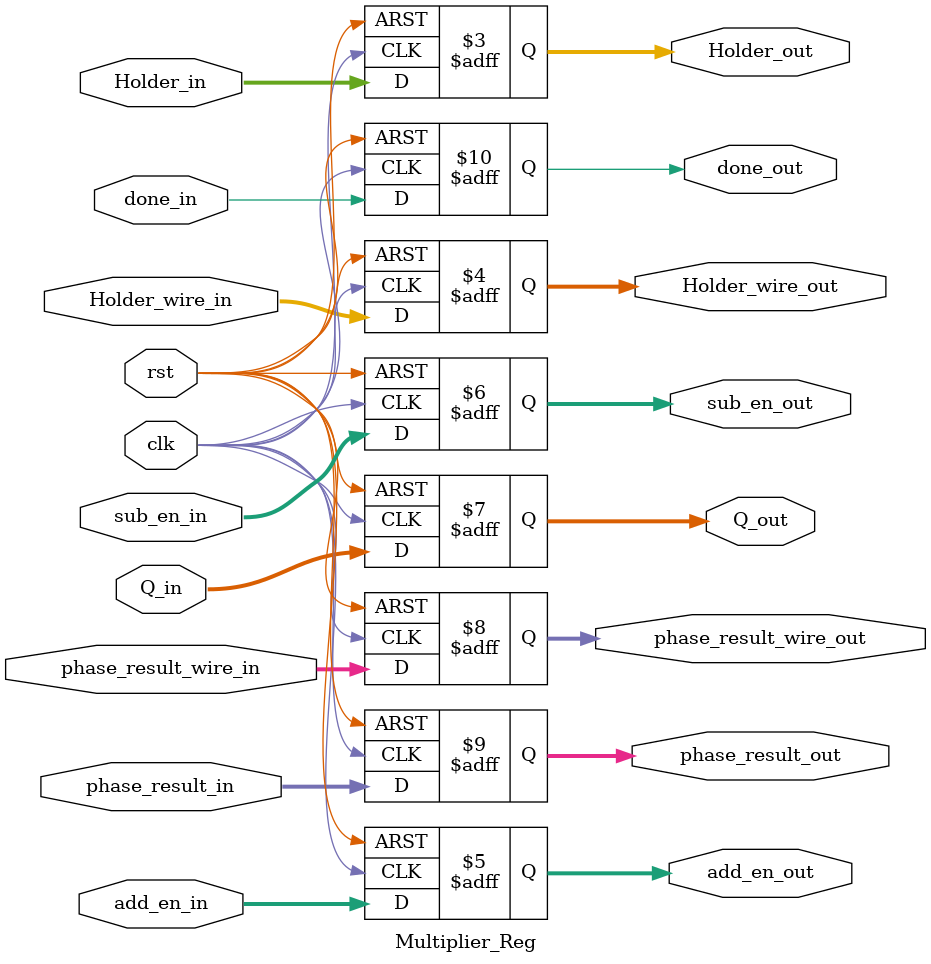
<source format=sv>
module Multiplier_Reg(
    input logic clk,
    input logic rst,  

    input logic [31:0]Holder_in,
    input logic [31:0]Holder_wire_in,

    input logic [31:0]add_en_in,
    input logic [31:0]sub_en_in,

    input logic [32:0]Q_in,
    input logic [64:0]phase_result_wire_in,
    input logic [64:0]phase_result_in,

    input logic done_in,

    output logic [31:0]Holder_out,
    output logic [31:0]Holder_wire_out,
    output logic [31:0]add_en_out,
    output logic [31:0]sub_en_out,

    output logic [32:0]Q_out,
    output logic [64:0]phase_result_wire_out,
    output logic [64:0]phase_result_out,

    output logic done_out
);

    always_ff @(posedge clk , negedge rst)

    begin
        if(~rst)
        begin
            Holder_out <= 32'd0;
            Holder_wire_out <= 32'd0;
            add_en_out <= 32'd0;
            sub_en_out <= 32'd0;
            Q_out <= 33'd0;
            phase_result_wire_out <= 65'd0;
            phase_result_out <= 65'd0;
            done_out <= 1'b0;
        end
        else
        begin
            Holder_out <= Holder_in;
            Holder_wire_out <= Holder_wire_in;
            add_en_out <= add_en_in;
            sub_en_out <= sub_en_in;
            Q_out <= Q_in;
            phase_result_wire_out <= phase_result_wire_in;
            phase_result_out <= phase_result_in;
            done_out <= done_in;
        end
    end
endmodule

</source>
